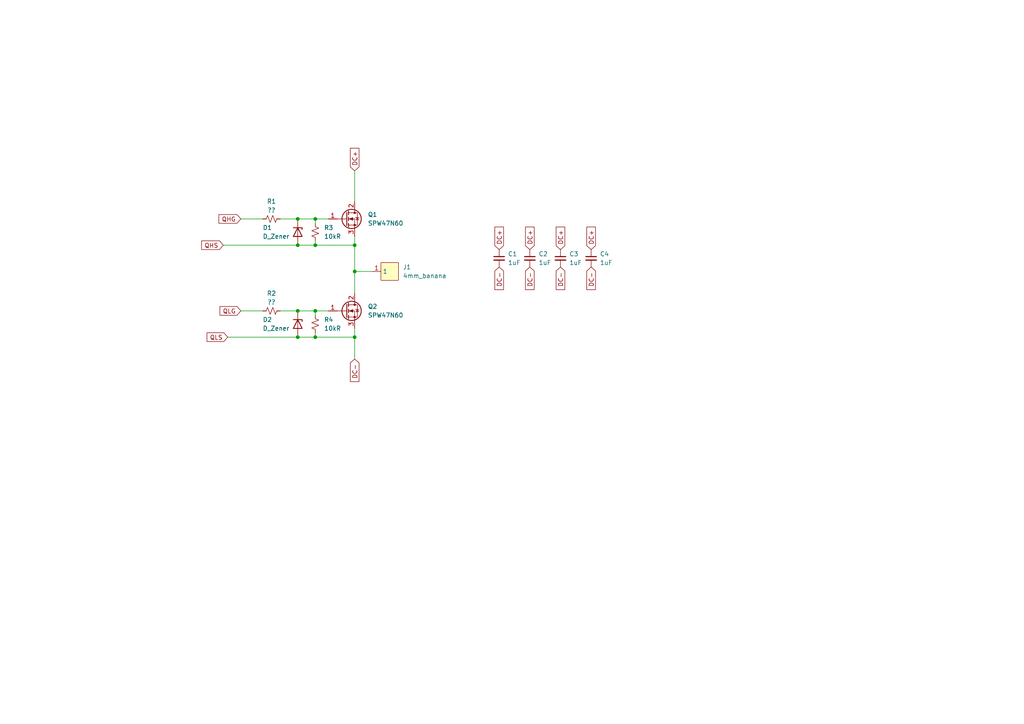
<source format=kicad_sch>
(kicad_sch (version 20211123) (generator eeschema)
  (paper "A4")
  (lib_symbols
    (symbol "Device:C_Small" (pin_numbers hide) (pin_names (offset 0.254) hide)
      (property "Reference" "C" (at 0.254 1.778 0))
      (property "Value" "C_Small" (at 0.254 -2.032 0))
      (symbol "C_Small_0_1"
        (polyline (pts (xy -1.524 -0.508) (xy 1.524 -0.508)) (stroke (width 0.3302)))
        (polyline (pts (xy -1.524 0.508) (xy 1.524 0.508)) (stroke (width 0.3048)))
      )
      (symbol "C_Small_1_1"
        (pin passive line (at 0 2.54 270) (length 2.032) (name "~") (number "1"))
        (pin passive line (at 0 -2.54 90) (length 2.032) (name "~") (number "2"))
      )
    )
    (symbol "Device:D_Zener" (pin_numbers hide) (pin_names (offset 1.016) hide)
      (property "Reference" "D" (at 0 2.54 0))
      (property "Value" "D_Zener" (at 0 -2.54 0))
      (symbol "D_Zener_0_1"
        (polyline (pts (xy 1.27 0) (xy -1.27 0)))
        (polyline (pts (xy -1.27 -1.27) (xy -1.27 1.27) (xy -0.762 1.27)) (stroke (width 0.254)))
        (polyline (pts (xy 1.27 -1.27) (xy 1.27 1.27) (xy -1.27 0) (xy 1.27 -1.27)) (stroke (width 0.254)))
      )
      (symbol "D_Zener_1_1"
        (pin passive line (at -3.81 0 0) (length 2.54) (name "K") (number "1"))
        (pin passive line (at 3.81 0 180) (length 2.54) (name "A") (number "2"))
      )
    )
    (symbol "Device:Q_NMOS_GDS" (pin_names (offset 0) hide)
      (property "Reference" "Q" (at 5.08 1.27 0))
      (property "Value" "Q_NMOS_GDS" (at 5.08 -1.27 0))
      (symbol "Q_NMOS_GDS_0_1"
        (polyline (pts (xy 0.254 0) (xy -2.54 0)))
        (polyline (pts (xy 0.254 1.905) (xy 0.254 -1.905)) (stroke (width 0.254)))
        (polyline (pts (xy 0.762 -1.27) (xy 0.762 -2.286)) (stroke (width 0.254)))
        (polyline (pts (xy 0.762 0.508) (xy 0.762 -0.508)) (stroke (width 0.254)))
        (polyline (pts (xy 0.762 2.286) (xy 0.762 1.27)) (stroke (width 0.254)))
        (polyline (pts (xy 2.54 2.54) (xy 2.54 1.778)))
        (polyline (pts (xy 2.54 -2.54) (xy 2.54 0) (xy 0.762 0)))
        (polyline (pts (xy 0.762 -1.778) (xy 3.302 -1.778) (xy 3.302 1.778) (xy 0.762 1.778)))
        (polyline (pts (xy 1.016 0) (xy 2.032 0.381) (xy 2.032 -0.381) (xy 1.016 0)) (fill (type outline)))
        (polyline (pts (xy 2.794 0.508) (xy 2.921 0.381) (xy 3.683 0.381) (xy 3.81 0.254)))
        (polyline (pts (xy 3.302 0.381) (xy 2.921 -0.254) (xy 3.683 -0.254) (xy 3.302 0.381)))
        (circle (center 1.651 0) (radius 2.794) (stroke (width 0.254)))
        (circle (center 2.54 -1.778) (radius 0.254) (fill (type outline)))
        (circle (center 2.54 1.778) (radius 0.254) (fill (type outline)))
      )
      (symbol "Q_NMOS_GDS_1_1"
        (pin input line (at -5.08 0 0) (length 2.54) (name "G") (number "1"))
        (pin passive line (at 2.54 5.08 270) (length 2.54) (name "D") (number "2"))
        (pin passive line (at 2.54 -5.08 90) (length 2.54) (name "S") (number "3"))
      )
    )
    (symbol "Device:R_Small_US" (pin_numbers hide) (pin_names (offset 0.254) hide)
      (property "Reference" "R" (at 0.762 0.508 0))
      (property "Value" "R_Small_US" (at 0.762 -1.016 0))
      (symbol "R_Small_US_1_1"
        (polyline (pts (xy 0 0) (xy 1.016 -0.381) (xy 0 -0.762) (xy -1.016 -1.143) (xy 0 -1.524)))
        (polyline (pts (xy 0 1.524) (xy 1.016 1.143) (xy 0 0.762) (xy -1.016 0.381) (xy 0 0)))
        (pin passive line (at 0 2.54 270) (length 1.016) (name "~") (number "1"))
        (pin passive line (at 0 -2.54 90) (length 1.016) (name "~") (number "2"))
      )
    )
    (symbol "ee463_symbol_library:4mm_banana"
      (property "Reference" "J" (at 5.08 5.08 0))
      (property "Value" "4mm_banana" (at -3.81 5.08 0))
      (symbol "4mm_banana_0_1"
        (rectangle (start -2.54 2.54) (end 2.54 -2.54) (fill (type background)))
      )
      (symbol "4mm_banana_1_1"
        (pin power_in line (at -5.08 0 0) (length 2.54) (name "1") (number "1"))
      )
    )
  )
  (junction (at 86.36 63.5))
  (junction (at 91.44 71.12))
  (junction (at 86.36 97.79))
  (junction (at 91.44 90.17))
  (junction (at 102.87 71.12))
  (junction (at 91.44 97.79))
  (junction (at 102.87 97.79))
  (junction (at 102.87 78.74))
  (junction (at 86.36 90.17))
  (junction (at 91.44 63.5))
  (junction (at 86.36 71.12))
  (wire (pts (xy 86.36 97.79) (xy 91.44 97.79)))
  (wire (pts (xy 102.87 78.74) (xy 107.95 78.74)))
  (wire (pts (xy 91.44 96.52) (xy 91.44 97.79)))
  (wire (pts (xy 91.44 71.12) (xy 102.87 71.12)))
  (wire (pts (xy 91.44 97.79) (xy 102.87 97.79)))
  (wire (pts (xy 102.87 95.25) (xy 102.87 97.79)))
  (wire (pts (xy 91.44 69.85) (xy 91.44 71.12)))
  (wire (pts (xy 102.87 68.58) (xy 102.87 71.12)))
  (wire (pts (xy 64.77 71.12) (xy 86.36 71.12)))
  (wire (pts (xy 91.44 90.17) (xy 95.25 90.17)))
  (wire (pts (xy 86.36 71.12) (xy 91.44 71.12)))
  (wire (pts (xy 81.28 90.17) (xy 86.36 90.17)))
  (wire (pts (xy 81.28 63.5) (xy 86.36 63.5)))
  (wire (pts (xy 91.44 91.44) (xy 91.44 90.17)))
  (wire (pts (xy 102.87 97.79) (xy 102.87 104.14)))
  (wire (pts (xy 102.87 78.74) (xy 102.87 85.09)))
  (wire (pts (xy 69.85 90.17) (xy 76.2 90.17)))
  (wire (pts (xy 102.87 71.12) (xy 102.87 78.74)))
  (wire (pts (xy 86.36 63.5) (xy 91.44 63.5)))
  (wire (pts (xy 91.44 63.5) (xy 95.25 63.5)))
  (wire (pts (xy 66.04 97.79) (xy 86.36 97.79)))
  (wire (pts (xy 91.44 64.77) (xy 91.44 63.5)))
  (wire (pts (xy 102.87 49.53) (xy 102.87 58.42)))
  (wire (pts (xy 69.85 63.5) (xy 76.2 63.5)))
  (wire (pts (xy 86.36 90.17) (xy 91.44 90.17)))
  (global_label "DC+" (shape input) (at 153.67 72.39 90) (property "Intersheet References" "${INTERSHEET_REFS}" (effects hide)))
  (global_label "QHS" (shape input) (at 64.77 71.12 180) (property "Intersheet References" "${INTERSHEET_REFS}" (effects hide)))
  (global_label "DC-" (shape input) (at 153.67 77.47 270) (property "Intersheet References" "${INTERSHEET_REFS}" (effects hide)))
  (global_label "DC-" (shape input) (at 102.87 104.14 270) (property "Intersheet References" "${INTERSHEET_REFS}" (effects hide)))
  (global_label "DC+" (shape input) (at 162.56 72.39 90) (property "Intersheet References" "${INTERSHEET_REFS}" (effects hide)))
  (global_label "QLG" (shape input) (at 69.85 90.17 180) (property "Intersheet References" "${INTERSHEET_REFS}" (effects hide)))
  (global_label "DC-" (shape input) (at 162.56 77.47 270) (property "Intersheet References" "${INTERSHEET_REFS}" (effects hide)))
  (global_label "DC-" (shape input) (at 144.78 77.47 270) (property "Intersheet References" "${INTERSHEET_REFS}" (effects hide)))
  (global_label "QLS" (shape input) (at 66.04 97.79 180) (property "Intersheet References" "${INTERSHEET_REFS}" (effects hide)))
  (global_label "DC+" (shape input) (at 144.78 72.39 90) (property "Intersheet References" "${INTERSHEET_REFS}" (effects hide)))
  (global_label "DC+" (shape input) (at 171.45 72.39 90) (property "Intersheet References" "${INTERSHEET_REFS}" (effects hide)))
  (global_label "DC-" (shape input) (at 171.45 77.47 270) (property "Intersheet References" "${INTERSHEET_REFS}" (effects hide)))
  (global_label "DC+" (shape input) (at 102.87 49.53 90) (property "Intersheet References" "${INTERSHEET_REFS}" (effects hide)))
  (global_label "QHG" (shape input) (at 69.85 63.5 180) (property "Intersheet References" "${INTERSHEET_REFS}" (effects hide)))
  (symbol (lib_id "Device:D_Zener") (at 86.36 93.98 270) (unit 1)
    (property "Reference" "D2" (at 76.2 92.71 90) (effects (justify left)))
    (property "Value" "D_Zener" (at 76.2 95.25 90) (effects (justify left)))
    (property "Footprint" "Diode_SMD:D_SOD-123" (effects hide))
  )
  (symbol (lib_id "Device:D_Zener") (at 86.36 67.31 270) (unit 1)
    (property "Reference" "D1" (at 76.2 66.04 90) (effects (justify left)))
    (property "Value" "D_Zener" (at 76.2 68.58 90) (effects (justify left)))
    (property "Footprint" "Diode_SMD:D_SOD-123" (effects hide))
  )
  (symbol (lib_id "Device:C_Small") (at 144.78 74.93 0) (unit 1)
    (property "Reference" "C1" (at 147.32 73.6662 0) (effects (justify left)))
    (property "Value" "1uF" (at 147.32 76.2062 0) (effects (justify left)))
    (property "Footprint" "Capacitor_SMD:C_0805_2012Metric_Pad1.18x1.45mm_HandSolder" (effects hide))
  )
  (symbol (lib_id "Device:C_Small") (at 171.45 74.93 0) (unit 1)
    (property "Reference" "C4" (at 173.99 73.6662 0) (effects (justify left)))
    (property "Value" "1uF" (at 173.99 76.2062 0) (effects (justify left)))
    (property "Footprint" "Capacitor_SMD:C_0805_2012Metric_Pad1.18x1.45mm_HandSolder" (effects hide))
  )
  (symbol (lib_id "Device:Q_NMOS_GDS") (at 100.33 90.17 0) (unit 1)
    (property "Reference" "Q2" (at 106.68 88.8999 0) (effects (justify left)))
    (property "Value" "SPW47N60" (at 106.68 91.4399 0) (effects (justify left)))
    (property "Footprint" "Package_TO_SOT_THT:TO-247-3_Vertical" (effects hide))
  )
  (symbol (lib_id "Device:C_Small") (at 153.67 74.93 0) (unit 1)
    (property "Reference" "C2" (at 156.21 73.6662 0) (effects (justify left)))
    (property "Value" "1uF" (at 156.21 76.2062 0) (effects (justify left)))
    (property "Footprint" "Capacitor_SMD:C_0805_2012Metric_Pad1.18x1.45mm_HandSolder" (effects hide))
  )
  (symbol (lib_id "Device:R_Small_US") (at 78.74 63.5 270) (unit 1)
    (property "Reference" "R1" (at 78.74 58.42 90))
    (property "Value" "??" (at 78.74 60.96 90))
    (property "Footprint" "Resistor_SMD:R_0805_2012Metric_Pad1.20x1.40mm_HandSolder" (effects hide))
  )
  (symbol (lib_id "Device:R_Small_US") (at 91.44 67.31 180) (unit 1)
    (property "Reference" "R3" (at 93.98 66.0399 0) (effects (justify right)))
    (property "Value" "10kR" (at 93.98 68.5799 0) (effects (justify right)))
    (property "Footprint" "Resistor_SMD:R_0805_2012Metric_Pad1.20x1.40mm_HandSolder" (effects hide))
  )
  (symbol (lib_id "Device:Q_NMOS_GDS") (at 100.33 63.5 0) (unit 1)
    (property "Reference" "Q1" (at 106.68 62.2299 0) (effects (justify left)))
    (property "Value" "SPW47N60" (at 106.68 64.7699 0) (effects (justify left)))
    (property "Footprint" "Package_TO_SOT_THT:TO-247-3_Vertical" (effects hide))
  )
  (symbol (lib_id "ee463_symbol_library:4mm_banana") (at 113.03 78.74 0) (unit 1)
    (property "Reference" "J1" (at 116.84 77.4699 0) (effects (justify left)))
    (property "Value" "4mm_banana" (at 116.84 80.0099 0) (effects (justify left)))
    (property "Footprint" "ee463_footprint_lib:4mm_banana" (effects hide))
  )
  (symbol (lib_id "Device:R_Small_US") (at 78.74 90.17 270) (unit 1)
    (property "Reference" "R2" (at 78.74 85.09 90))
    (property "Value" "??" (at 78.74 87.63 90))
    (property "Footprint" "Resistor_SMD:R_0805_2012Metric_Pad1.20x1.40mm_HandSolder" (effects hide))
  )
  (symbol (lib_id "Device:C_Small") (at 162.56 74.93 0) (unit 1)
    (property "Reference" "C3" (at 165.1 73.6662 0) (effects (justify left)))
    (property "Value" "1uF" (at 165.1 76.2062 0) (effects (justify left)))
    (property "Footprint" "Capacitor_SMD:C_0805_2012Metric_Pad1.18x1.45mm_HandSolder" (effects hide))
  )
  (symbol (lib_id "Device:R_Small_US") (at 91.44 93.98 180) (unit 1)
    (property "Reference" "R4" (at 93.98 92.7099 0) (effects (justify right)))
    (property "Value" "10kR" (at 93.98 95.2499 0) (effects (justify right)))
    (property "Footprint" "Resistor_SMD:R_0805_2012Metric_Pad1.20x1.40mm_HandSolder" (effects hide))
  )
)
</source>
